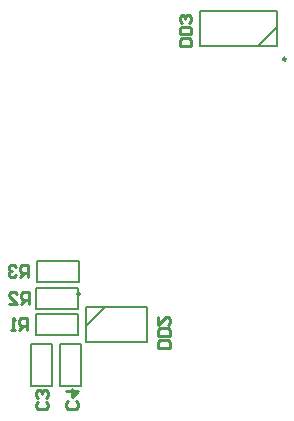
<source format=gbo>
G04*
G04 #@! TF.GenerationSoftware,Altium Limited,Altium Designer,19.1.6 (110)*
G04*
G04 Layer_Color=32896*
%FSLAX43Y43*%
%MOMM*%
G71*
G01*
G75*
%ADD10C,0.250*%
%ADD13C,0.150*%
%ADD14C,0.200*%
%ADD16C,0.254*%
D10*
X95338Y82465D02*
G03*
X95338Y82465I-125J0D01*
G01*
X77875Y62600D02*
G03*
X77875Y62600I-125J0D01*
G01*
D13*
X74222Y63611D02*
X77778D01*
Y65389D01*
X74222D02*
X77778D01*
X74222Y63611D02*
Y65389D01*
X74162Y63119D02*
X77718D01*
X74162Y61341D02*
Y63119D01*
Y61341D02*
X77718D01*
Y63119D01*
X74153Y60884D02*
X77709D01*
X74153Y59106D02*
Y60884D01*
Y59106D02*
X77709D01*
Y60884D01*
X76158Y54829D02*
X77936D01*
X76158D02*
Y58385D01*
X77936D01*
Y54829D02*
Y58385D01*
X73759Y54829D02*
X75537D01*
X73759D02*
Y58385D01*
X75537D01*
Y54829D02*
Y58385D01*
D14*
X92943Y83597D02*
X94568Y85222D01*
X94563Y83602D02*
Y86527D01*
X88063D02*
X94563D01*
X88063Y83602D02*
Y86527D01*
Y83602D02*
X94563D01*
X78400Y61463D02*
X83600D01*
Y58537D02*
Y61463D01*
X78400Y58537D02*
X83600D01*
X78400D02*
Y61463D01*
X78395Y59843D02*
X80020Y61468D01*
D16*
X73500Y64000D02*
Y65000D01*
X73000D01*
X72834Y64833D01*
Y64500D01*
X73000Y64333D01*
X73500D01*
X73167D02*
X72834Y64000D01*
X72500Y64833D02*
X72334Y65000D01*
X72000D01*
X71834Y64833D01*
Y64666D01*
X72000Y64500D01*
X72167D01*
X72000D01*
X71834Y64333D01*
Y64167D01*
X72000Y64000D01*
X72334D01*
X72500Y64167D01*
X73533Y61773D02*
Y62772D01*
X73033D01*
X72867Y62606D01*
Y62273D01*
X73033Y62106D01*
X73533D01*
X73200D02*
X72867Y61773D01*
X71867D02*
X72533D01*
X71867Y62439D01*
Y62606D01*
X72033Y62772D01*
X72367D01*
X72533Y62606D01*
X73362Y59532D02*
Y60532D01*
X72862D01*
X72696Y60365D01*
Y60032D01*
X72862Y59866D01*
X73362D01*
X73029D02*
X72696Y59532D01*
X72362D02*
X72029D01*
X72196D01*
Y60532D01*
X72362Y60365D01*
X87313Y83565D02*
X86313D01*
Y84064D01*
X86480Y84231D01*
X87146D01*
X87313Y84064D01*
Y83565D01*
Y84564D02*
X86313D01*
Y85064D01*
X86480Y85231D01*
X87146D01*
X87313Y85064D01*
Y84564D01*
X87146Y85564D02*
X87313Y85731D01*
Y86064D01*
X87146Y86230D01*
X86979D01*
X86813Y86064D01*
Y85897D01*
Y86064D01*
X86646Y86230D01*
X86480D01*
X86313Y86064D01*
Y85731D01*
X86480Y85564D01*
X85500Y58000D02*
X84500D01*
Y58500D01*
X84667Y58666D01*
X85333D01*
X85500Y58500D01*
Y58000D01*
Y59000D02*
X84500D01*
Y59500D01*
X84667Y59666D01*
X85333D01*
X85500Y59500D01*
Y59000D01*
X84500Y60666D02*
Y59999D01*
X85166Y60666D01*
X85333D01*
X85500Y60499D01*
Y60166D01*
X85333Y59999D01*
X77531Y53506D02*
X77698Y53339D01*
Y53006D01*
X77531Y52840D01*
X76865D01*
X76698Y53006D01*
Y53339D01*
X76865Y53506D01*
X76698Y54339D02*
X77698D01*
X77198Y53839D01*
Y54506D01*
X74996Y53473D02*
X75163Y53307D01*
Y52974D01*
X74996Y52807D01*
X74330D01*
X74163Y52974D01*
Y53307D01*
X74330Y53473D01*
X74996Y53807D02*
X75163Y53973D01*
Y54306D01*
X74996Y54473D01*
X74830D01*
X74663Y54306D01*
Y54140D01*
Y54306D01*
X74496Y54473D01*
X74330D01*
X74163Y54306D01*
Y53973D01*
X74330Y53807D01*
M02*

</source>
